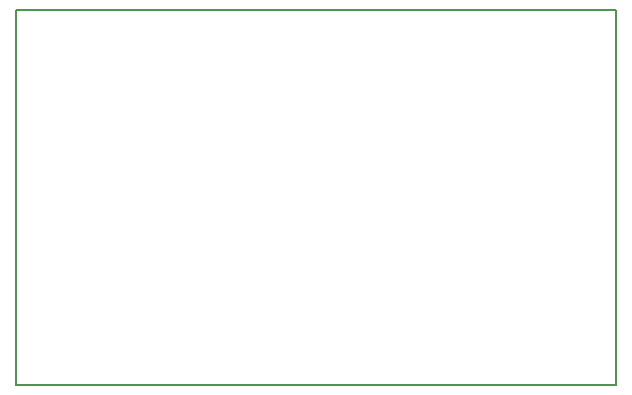
<source format=gbr>
G04 #@! TF.GenerationSoftware,KiCad,Pcbnew,(5.0.1-3-g963ef8bb5)*
G04 #@! TF.CreationDate,2018-11-27T14:44:22+08:00*
G04 #@! TF.ProjectId,SevenSegmentDisplayBoard,536576656E5365676D656E7444697370,1.0*
G04 #@! TF.SameCoordinates,Original*
G04 #@! TF.FileFunction,Profile,NP*
%FSLAX46Y46*%
G04 Gerber Fmt 4.6, Leading zero omitted, Abs format (unit mm)*
G04 Created by KiCad (PCBNEW (5.0.1-3-g963ef8bb5)) date 2018 November 27, Tuesday 14:44:22*
%MOMM*%
%LPD*%
G01*
G04 APERTURE LIST*
%ADD10C,0.150000*%
G04 APERTURE END LIST*
D10*
X130810000Y-96520000D02*
X130810000Y-64770000D01*
X181610000Y-96520000D02*
X130810000Y-96520000D01*
X181610000Y-64770000D02*
X181610000Y-96520000D01*
X130810000Y-64770000D02*
X181610000Y-64770000D01*
M02*

</source>
